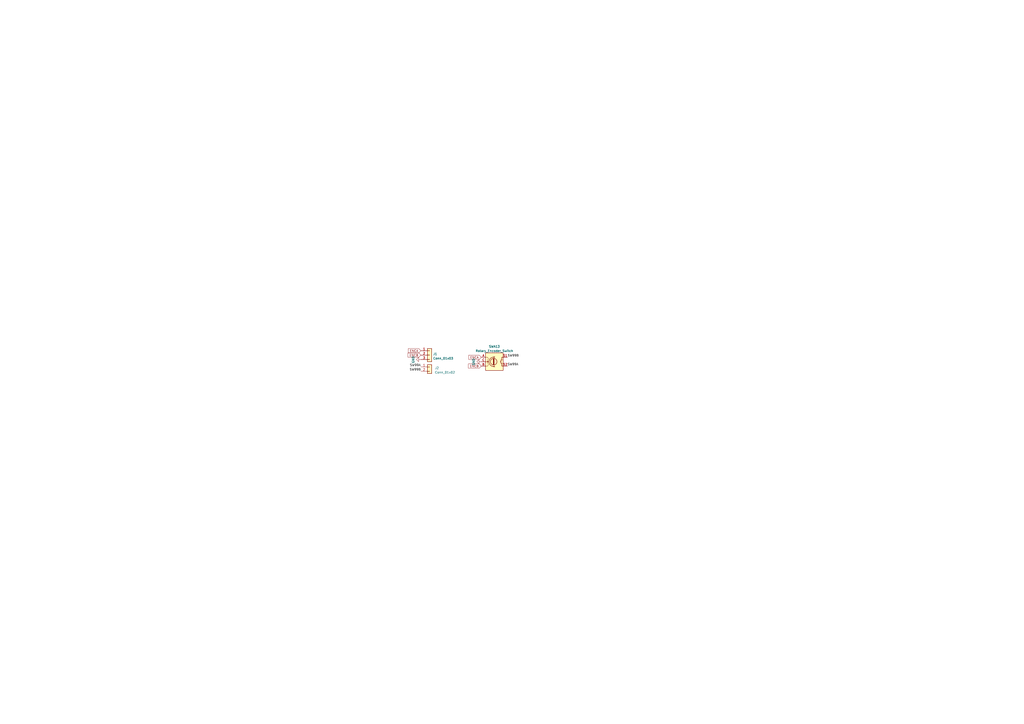
<source format=kicad_sch>
(kicad_sch (version 20230121) (generator eeschema)
  (paper "A2")
  (lib_symbols
    (symbol "Keyboard:Conn_01x02" (pin_names (offset 1.016) hide)
      (property "Reference" "J" (at 0 2.54 0))
      (property "Value" "Conn_01x02" (at 0 -5.08 0))
      (symbol "Conn_01x02_1_1"
        (rectangle (start -1.27 -2.413) (end 0 -2.667) (stroke (width 0.1524)))
        (rectangle (start -1.27 0.127) (end 0 -0.127) (stroke (width 0.1524)))
        (rectangle (start -1.27 1.27) (end 1.27 -3.81) (stroke (width 0.254)) (fill (type background)))
        (pin passive line (at -5.08 0 0) (length 3.81) (name "Pin_1") (number "1"))
        (pin passive line (at -5.08 -2.54 0) (length 3.81) (name "Pin_2") (number "2"))
      )
    )
    (symbol "Keyboard:Conn_01x03" (pin_names (offset 1.016) hide)
      (property "Reference" "J" (at 0 5.08 0))
      (property "Value" "Conn_01x03" (at 0 -5.08 0))
      (symbol "Conn_01x03_1_1"
        (rectangle (start -1.27 -2.413) (end 0 -2.667) (stroke (width 0.1524)))
        (rectangle (start -1.27 0.127) (end 0 -0.127) (stroke (width 0.1524)))
        (rectangle (start -1.27 2.667) (end 0 2.413) (stroke (width 0.1524)))
        (rectangle (start -1.27 3.81) (end 1.27 -3.81) (stroke (width 0.254)) (fill (type background)))
        (pin passive line (at -5.08 2.54 0) (length 3.81) (name "Pin_1") (number "1"))
        (pin passive line (at -5.08 0 0) (length 3.81) (name "Pin_2") (number "2"))
        (pin passive line (at -5.08 -2.54 0) (length 3.81) (name "Pin_3") (number "3"))
      )
    )
    (symbol "Keyboard:GND" (power) (pin_names (offset 0))
      (property "Value" "GND" (at 0 -3.81 0))
      (symbol "GND_0_1"
        (polyline (pts (xy 0 0) (xy 0 -1.27) (xy 1.27 -1.27) (xy 0 -2.54) (xy -1.27 -1.27) (xy 0 -1.27)))
      )
      (symbol "GND_1_1"
        (pin power_in line (at 0 0 270) (length 0) hide (name "GND") (number "1"))
      )
    )
    (symbol "Keyboard:Rotary_Encoder_Switch" (pin_names (offset 0.254) hide)
      (property "Reference" "SW" (at 0 6.604 0))
      (property "Value" "Rotary_Encoder_Switch" (at 0 -6.604 0))
      (symbol "Rotary_Encoder_Switch_0_1"
        (rectangle (start -5.08 5.08) (end 5.08 -5.08) (stroke (width 0.254)) (fill (type background)))
        (circle (center -3.81 0) (radius 0.254) (fill (type outline)))
        (circle (center -0.381 0) (radius 1.905) (stroke (width 0.254)))
        (arc (start -0.381 2.667) (mid -3.0988 -0.0635) (end -0.381 -2.794) (stroke (width 0.254)))
        (polyline (pts (xy -0.635 -1.778) (xy -0.635 1.778)) (stroke (width 0.254)))
        (polyline (pts (xy -0.381 -1.778) (xy -0.381 1.778)) (stroke (width 0.254)))
        (polyline (pts (xy -0.127 1.778) (xy -0.127 -1.778)) (stroke (width 0.254)))
        (polyline (pts (xy 3.81 0) (xy 3.429 0)) (stroke (width 0.254)))
        (polyline (pts (xy 3.81 1.016) (xy 3.81 -1.016)) (stroke (width 0.254)))
        (polyline (pts (xy -5.08 -2.54) (xy -3.81 -2.54) (xy -3.81 -2.032)))
        (polyline (pts (xy -5.08 2.54) (xy -3.81 2.54) (xy -3.81 2.032)))
        (polyline (pts (xy 0.254 -3.048) (xy -0.508 -2.794) (xy 0.127 -2.413)) (stroke (width 0.254)))
        (polyline (pts (xy 0.254 2.921) (xy -0.508 2.667) (xy 0.127 2.286)) (stroke (width 0.254)))
        (polyline (pts (xy 5.08 -2.54) (xy 4.318 -2.54) (xy 4.318 -1.016)) (stroke (width 0.254)))
        (polyline (pts (xy 5.08 2.54) (xy 4.318 2.54) (xy 4.318 1.016)) (stroke (width 0.254)))
        (polyline (pts (xy -5.08 0) (xy -3.81 0) (xy -3.81 -1.016) (xy -3.302 -2.032)))
        (polyline (pts (xy -4.318 0) (xy -3.81 0) (xy -3.81 1.016) (xy -3.302 2.032)))
        (circle (center 4.318 -1.016) (radius 0.127) (stroke (width 0.254)))
        (circle (center 4.318 1.016) (radius 0.127) (stroke (width 0.254)))
      )
      (symbol "Rotary_Encoder_Switch_1_1"
        (pin passive line (at -7.62 2.54 0) (length 2.54) (name "A") (number "A"))
        (pin passive line (at -7.62 -2.54 0) (length 2.54) (name "B") (number "B"))
        (pin passive line (at -7.62 0 0) (length 2.54) (name "C") (number "C"))
        (pin passive line (at 7.62 2.54 180) (length 2.54) (name "S1") (number "S1"))
        (pin passive line (at 7.62 -2.54 180) (length 2.54) (name "S2") (number "S2"))
      )
    )
  )
  (label "SW99B" (at 294.386 207.264 0))
  (label "SW99A" (at 294.386 212.344 0))
  (label "SW99A" (at 244.094 212.852 180))
  (label "SW99B" (at 244.094 215.392 180))
  (global_label "ENCA" (shape input) (at 244.094 203.454 180) (property "Intersheetrefs" "${INTERSHEET_REFS}" (effects hide)))
  (global_label "ENCB" (shape input) (at 244.094 205.994 180) (property "Intersheetrefs" "${INTERSHEET_REFS}" (effects hide)))
  (global_label "ENCB" (shape input) (at 279.146 212.344 180) (property "Intersheetrefs" "${INTERSHEET_REFS}" (effects hide)))
  (global_label "ENCA" (shape input) (at 279.146 207.264 180) (property "Intersheetrefs" "${INTERSHEET_REFS}" (effects hide)))
  (symbol (lib_id "Keyboard:GND") (at 279.146 209.804 270) (unit 1)
    (property "Reference" "#PWR0111" (effects hide))
    (property "Value" "GND" (at 274.7518 209.931 0))
  )
  (symbol (lib_id "Keyboard:Conn_01x03") (at 249.174 205.994 0) (unit 1)
    (property "Reference" "J1" (at 251.206 205.359 0) (effects (justify left)))
    (property "Value" "Conn_01x03" (at 251.206 207.899 0) (effects (justify left)))
    (property "Footprint" "Keyboard:PinHeader_1x03_P2.54mm_Vertical" (effects hide))
  )
  (symbol (lib_id "Keyboard:GND") (at 244.094 208.534 270) (unit 1)
    (property "Reference" "#PWR01" (effects hide))
    (property "Value" "GND" (at 239.6998 208.661 0))
  )
  (symbol (lib_id "Keyboard:Rotary_Encoder_Switch") (at 286.766 209.804 0) (unit 1)
    (property "Reference" "SWA13" (at 286.766 201.0242 0))
    (property "Value" "Rotary_Encoder_Switch" (at 286.766 203.5611 0))
    (property "Footprint" "Keyboard:RotaryEncoder_EC11-Switch_Horizontal_H15mm" (effects hide))
  )
  (symbol (lib_id "Keyboard:Conn_01x02") (at 249.174 212.852 0) (unit 1)
    (property "Reference" "J2" (at 252.222 213.487 0) (effects (justify left)))
    (property "Value" "Conn_01x02" (at 252.222 216.027 0) (effects (justify left)))
    (property "Footprint" "Keyboard:PinHeader_1x02_P2.54mm_Vertical" (effects hide))
  )
)
</source>
